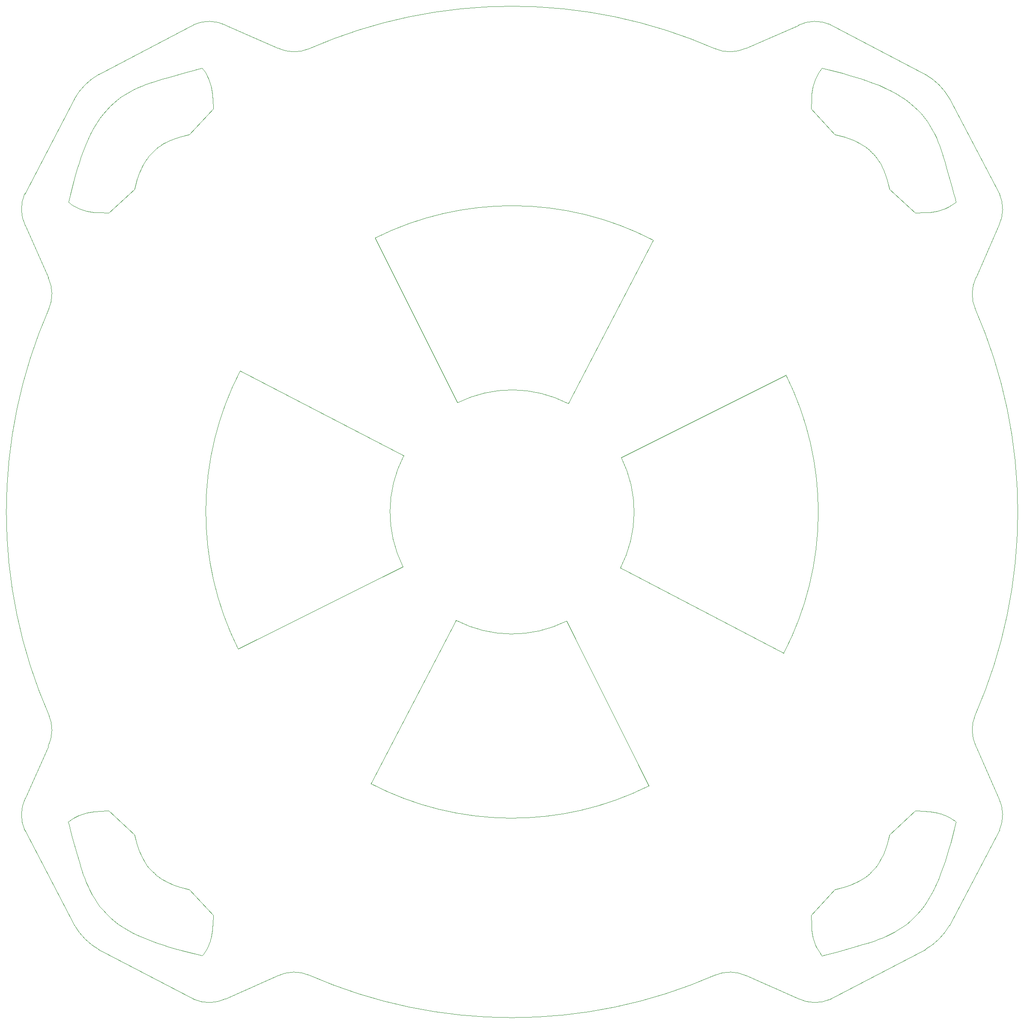
<source format=gbr>
%TF.GenerationSoftware,KiCad,Pcbnew,(6.99.0-5491-g7da98a447a)*%
%TF.CreationDate,2023-01-23T18:35:12+01:00*%
%TF.ProjectId,flywheel,666c7977-6865-4656-9c2e-6b696361645f,rev?*%
%TF.SameCoordinates,Original*%
%TF.FileFunction,Profile,NP*%
%FSLAX46Y46*%
G04 Gerber Fmt 4.6, Leading zero omitted, Abs format (unit mm)*
G04 Created by KiCad (PCBNEW (6.99.0-5491-g7da98a447a)) date 2023-01-23 18:35:12*
%MOMM*%
%LPD*%
G01*
G04 APERTURE LIST*
%TA.AperFunction,Profile*%
%ADD10C,0.050000*%
%TD*%
%TA.AperFunction,Profile*%
%ADD11C,0.010000*%
%TD*%
%TA.AperFunction,Profile*%
%ADD12C,0.100000*%
%TD*%
G04 APERTURE END LIST*
D10*
X134362028Y-127198161D02*
G75*
G03*
X156241687Y-127362590I11101421J21419929D01*
G01*
X117585555Y-159520172D02*
G75*
G03*
X172529775Y-159933081I27877895J53789737D01*
G01*
X156241687Y-127362590D02*
X172529775Y-159933082D01*
X134362028Y-127198161D02*
X117585555Y-159520172D01*
X124043527Y-94676816D02*
G75*
G03*
X123879098Y-116556475I21419929J-11101421D01*
G01*
X91721516Y-77900343D02*
G75*
G03*
X91308607Y-132844563I53789737J-27877895D01*
G01*
X123879098Y-116556475D02*
X91308606Y-132844563D01*
X124043527Y-94676816D02*
X91721516Y-77900343D01*
X156564872Y-84358315D02*
G75*
G03*
X134685213Y-84193886I-11101421J-21419929D01*
G01*
X173341345Y-52036304D02*
G75*
G03*
X118397125Y-51623395I-27877895J-53789737D01*
G01*
X134685213Y-84193886D02*
X118397125Y-51623394D01*
X156564872Y-84358315D02*
X173341345Y-52036304D01*
X166883373Y-116879660D02*
X199205384Y-133656133D01*
X167047802Y-95000001D02*
X199618294Y-78711913D01*
X166883372Y-116879659D02*
G75*
G03*
X167047801Y-95000001I-21419922J11101421D01*
G01*
X237058128Y-145851239D02*
G75*
G03*
X237058118Y-65705215I-91594682J40073001D01*
G01*
X105390449Y-197372916D02*
G75*
G03*
X185536473Y-197372906I40073001J91594682D01*
G01*
X53868772Y-65705237D02*
G75*
G03*
X53868782Y-145851261I91594682J-40073001D01*
G01*
D11*
X227086244Y-164956949D02*
X227578148Y-164986536D01*
X209262518Y-180422920D02*
X210255620Y-180165590D01*
X212197406Y-179564853D02*
X212669726Y-179385887D01*
X213593968Y-178980393D02*
X214044562Y-178750147D01*
X215342271Y-177927090D02*
X215754605Y-177602432D01*
X229574609Y-165269127D02*
X230080775Y-165401166D01*
X204709784Y-188396855D02*
X204667195Y-187901656D01*
X214486587Y-178499088D02*
X214919378Y-178225355D01*
X213135468Y-179191686D02*
X213593968Y-178980393D01*
X217280424Y-176075721D02*
X217604901Y-175663206D01*
X213155744Y-191741791D02*
X209934989Y-192674237D01*
D12*
X208355634Y-202138379D02*
X227183793Y-192264455D01*
D11*
X232392176Y-166458559D02*
X232652318Y-166633001D01*
D12*
X227183795Y-192264458D02*
G75*
G03*
X229885641Y-190200416I-6406402J11186419D01*
G01*
D11*
X205088020Y-190407926D02*
X204954061Y-189900632D01*
X224202456Y-186625822D02*
X223459683Y-187242741D01*
X219063071Y-172990040D02*
X219241992Y-172517676D01*
X221083404Y-188819545D02*
X220241866Y-189265343D01*
X210255620Y-180165590D02*
X211235687Y-179884528D01*
X205459383Y-191431526D02*
X205255091Y-190918227D01*
X205705006Y-191947818D02*
X205459383Y-191431526D01*
D12*
X241823602Y-168670409D02*
G75*
G03*
X241714824Y-162417492I-6904073J3007298D01*
G01*
D11*
X223459683Y-187242741D02*
X222692275Y-187811698D01*
X219842645Y-170575818D02*
X220099963Y-169582712D01*
X204637178Y-187409497D02*
X204560651Y-185471413D01*
X229784891Y-178345217D02*
X229262178Y-179549259D01*
X230283338Y-177058665D02*
X229784891Y-178345217D01*
X214919378Y-178225355D02*
X215342271Y-177927090D01*
X206730940Y-193514575D02*
X206526844Y-193251591D01*
X204769052Y-188895090D02*
X204709784Y-188396855D01*
D12*
X191789397Y-197481675D02*
G75*
G03*
X185536473Y-197372908I-3245608J-6795265D01*
G01*
D11*
X219375545Y-189676997D02*
X218630870Y-189995163D01*
X204954061Y-189900632D02*
X204849109Y-189396351D01*
D12*
X191789391Y-197481688D02*
X202102717Y-202029600D01*
D11*
X231358182Y-165883168D02*
X231615686Y-166009675D01*
X228143806Y-181723634D02*
X227548073Y-182700875D01*
X214753338Y-191285896D02*
X213155744Y-191741791D01*
D12*
X229885642Y-190200417D02*
G75*
G03*
X231949680Y-187498568I-9122391J9108236D01*
G01*
D11*
X231101346Y-165767374D02*
X231358182Y-165883168D01*
X222692275Y-187811698D02*
X221900195Y-188336147D01*
X228072968Y-165028481D02*
X228570673Y-165086850D01*
X217874107Y-190287633D02*
X217106613Y-190558674D01*
X205996068Y-192467095D02*
X205705006Y-191947818D01*
X231430103Y-173662454D02*
X231052853Y-174842547D01*
X211235687Y-179884528D02*
X211719172Y-179730447D01*
X230845184Y-165661785D02*
X231101346Y-165767374D01*
X205255091Y-190918227D02*
X205088020Y-190407926D01*
X228715163Y-180674247D02*
X228143806Y-181723634D01*
X204849109Y-189396351D02*
X204769052Y-188895090D01*
X215544870Y-191053540D02*
X214753338Y-191285896D01*
X232652318Y-166633001D02*
X232913108Y-166820698D01*
X230334895Y-165479189D02*
X230589699Y-165565893D01*
X228570673Y-165086850D02*
X229071231Y-165165710D01*
X214044562Y-178750147D02*
X214486587Y-178499088D01*
X216927720Y-176477038D02*
X217280424Y-176075721D01*
X216155713Y-177249520D02*
X216544933Y-176866496D01*
X232511804Y-169828190D02*
X232161247Y-171155763D01*
X224920630Y-185957485D02*
X224202456Y-186625822D01*
X227548073Y-182700875D02*
X226927925Y-183609428D01*
X208328259Y-193117111D02*
X207528096Y-193322918D01*
X206336676Y-192989349D02*
X205996068Y-192467095D01*
X218657712Y-173914412D02*
X218868930Y-173455839D01*
X217903011Y-175240156D02*
X218176609Y-174807232D01*
X204560657Y-185471407D02*
X209262518Y-180422920D01*
X216329749Y-190812555D02*
X215544870Y-191053540D01*
X218427557Y-174365097D02*
X218657712Y-173914412D01*
D12*
X241823604Y-168670410D02*
X231949680Y-187498568D01*
D11*
X231800124Y-172433688D02*
X231430103Y-173662454D01*
X225148430Y-164880872D02*
X227086244Y-164956949D01*
X231873857Y-166147404D02*
X232132687Y-166296862D01*
X231615686Y-166009675D02*
X231873857Y-166147404D01*
X206526844Y-193251591D02*
X206336676Y-192989349D01*
X232913108Y-166820698D02*
X233174544Y-167022159D01*
D12*
X237058103Y-145851236D02*
G75*
G03*
X237166912Y-152104166I6904120J-3007271D01*
G01*
D11*
X232161247Y-171155763D02*
X231800124Y-172433688D01*
X230589699Y-165565893D02*
X230845184Y-165661785D01*
X225614241Y-185234278D02*
X224920630Y-185957485D01*
X230670041Y-175974456D02*
X230283338Y-177058665D01*
X217604901Y-175663206D02*
X217903011Y-175240156D01*
X217106613Y-190558674D02*
X216329749Y-190812555D01*
X207528096Y-193322918D02*
X206730940Y-193514575D01*
X227578148Y-164986536D02*
X228072968Y-165028481D01*
X219561609Y-171555904D02*
X219842645Y-170575818D01*
X215754605Y-177602432D02*
X216155713Y-177249520D01*
X220099963Y-169582712D02*
X225148430Y-164880872D01*
X229071231Y-165165710D02*
X229574609Y-165269127D01*
X231052853Y-174842547D02*
X230670041Y-175974456D01*
X219241992Y-172517676D02*
X219407553Y-172039411D01*
X232132687Y-166296862D02*
X232392176Y-166458559D01*
X219407553Y-172039411D02*
X219561609Y-171555904D01*
X204560651Y-185471413D02*
X204560657Y-185471407D01*
X221900195Y-188336147D02*
X221083404Y-188819545D01*
X229262178Y-179549259D02*
X228715163Y-180674247D01*
X216544933Y-176866496D02*
X216927720Y-176477038D01*
D12*
X237166912Y-152104166D02*
X241714824Y-162417492D01*
D11*
X218630870Y-189995163D02*
X217874107Y-190287633D01*
X233174544Y-167022159D02*
X232850126Y-168450485D01*
X230080775Y-165401166D02*
X230334895Y-165479189D01*
X204667195Y-187901656D02*
X204637178Y-187409497D01*
X232850126Y-168450485D02*
X232511804Y-169828190D01*
X218176609Y-174807232D02*
X218427557Y-174365097D01*
D12*
X202102713Y-202029609D02*
G75*
G03*
X208355634Y-202138378I3245610J6795292D01*
G01*
D11*
X220241866Y-189265343D02*
X219375545Y-189676997D01*
X218868930Y-173455839D02*
X219063071Y-172990040D01*
X226927925Y-183609428D02*
X226283327Y-184452743D01*
X226283327Y-184452743D02*
X225614241Y-185234278D01*
X212669726Y-179385887D02*
X213135468Y-179191686D01*
X211719172Y-179730447D02*
X212197406Y-179564853D01*
X209934989Y-192674237D02*
X208328259Y-193117111D01*
X86284739Y-187401032D02*
X86255152Y-187892936D01*
X70818768Y-169577306D02*
X71076098Y-170570408D01*
X71676835Y-172512194D02*
X71855801Y-172984514D01*
X72261295Y-173908756D02*
X72491541Y-174359350D01*
X73314598Y-175657059D02*
X73639256Y-176069393D01*
X85972561Y-189889397D02*
X85840522Y-190395563D01*
X62844833Y-165024572D02*
X63340032Y-164981983D01*
X72742600Y-174801375D02*
X73016333Y-175234166D01*
X72050002Y-173450256D02*
X72261295Y-173908756D01*
X75165967Y-177595212D02*
X75578482Y-177919689D01*
X59499897Y-173470532D02*
X58567451Y-170249777D01*
D12*
X49103309Y-168670422D02*
X58977233Y-187498581D01*
D11*
X84783129Y-192706964D02*
X84608687Y-192967106D01*
D12*
X58977230Y-187498583D02*
G75*
G03*
X61041272Y-190200429I11186419J6406402D01*
G01*
D11*
X60833762Y-165402808D02*
X61341056Y-165268849D01*
X64615866Y-184517244D02*
X63998947Y-183774471D01*
X78251648Y-179377859D02*
X78724012Y-179556780D01*
X62422143Y-181398192D02*
X61976345Y-180556654D01*
X71076098Y-170570408D02*
X71357160Y-171550475D01*
X59810162Y-165774171D02*
X60323461Y-165569879D01*
X59293870Y-166019794D02*
X59810162Y-165774171D01*
D12*
X82571279Y-202138390D02*
G75*
G03*
X88824196Y-202029612I3007298J6904073D01*
G01*
D11*
X63998947Y-183774471D02*
X63429990Y-183007063D01*
X80665870Y-180157433D02*
X81658976Y-180414751D01*
X63832191Y-164951966D02*
X65770275Y-164875439D01*
X72896471Y-190099679D02*
X71692429Y-189576966D01*
X74183023Y-190598126D02*
X72896471Y-190099679D01*
X73016333Y-175234166D02*
X73314598Y-175657059D01*
X57727113Y-167045728D02*
X57990097Y-166841632D01*
X62346598Y-165083840D02*
X62844833Y-165024572D01*
D12*
X53760013Y-152104185D02*
G75*
G03*
X53868780Y-145851261I-6795265J3245608D01*
G01*
D11*
X61564691Y-179690333D02*
X61246525Y-178945658D01*
X61341056Y-165268849D02*
X61845337Y-165163897D01*
D12*
X53760000Y-152104179D02*
X49212088Y-162417505D01*
D11*
X85358520Y-191672970D02*
X85232013Y-191930474D01*
X69518054Y-188458594D02*
X68540813Y-187862861D01*
X59955792Y-175068126D02*
X59499897Y-173470532D01*
D12*
X61041271Y-190200430D02*
G75*
G03*
X63743120Y-192264468I9108236J9122391D01*
G01*
D11*
X85474314Y-191416134D02*
X85358520Y-191672970D01*
X63429990Y-183007063D02*
X62905541Y-182214983D01*
X86213207Y-188387756D02*
X86154838Y-188885461D01*
X60954055Y-178188895D02*
X60683014Y-177421401D01*
X58774593Y-166310856D02*
X59293870Y-166019794D01*
X77579234Y-191744891D02*
X76399141Y-191367641D01*
X71357160Y-171550475D02*
X71511241Y-172033960D01*
X85579903Y-191159972D02*
X85474314Y-191416134D01*
X60323461Y-165569879D02*
X60833762Y-165402808D01*
X70567441Y-189029951D02*
X69518054Y-188458594D01*
X61845337Y-165163897D02*
X62346598Y-165083840D01*
X60188148Y-175859658D02*
X59955792Y-175068126D01*
X84608687Y-192967106D02*
X84420990Y-193227896D01*
X85762499Y-190649683D02*
X85675795Y-190904487D01*
X86154838Y-188885461D02*
X86075978Y-189386019D01*
X72491541Y-174359350D02*
X72742600Y-174801375D01*
X74764650Y-177242508D02*
X75165967Y-177595212D01*
X73992168Y-176470501D02*
X74375192Y-176859721D01*
X81413498Y-192826592D02*
X80085925Y-192476035D01*
X65284203Y-185235418D02*
X64615866Y-184517244D01*
X68540813Y-187862861D02*
X67632260Y-187242713D01*
X58124577Y-168643047D02*
X57918770Y-167842884D01*
X58252339Y-166651464D02*
X58774593Y-166310856D01*
X77327276Y-178972500D02*
X77785849Y-179183718D01*
X76001532Y-178217799D02*
X76434456Y-178491397D01*
X65770281Y-164875445D02*
X70818768Y-169577306D01*
X60429133Y-176644537D02*
X60188148Y-175859658D01*
X76876591Y-178742345D02*
X77327276Y-178972500D01*
D12*
X82571278Y-202138392D02*
X63743120Y-192264468D01*
D11*
X78808000Y-192114912D02*
X77579234Y-191744891D01*
X86360816Y-185463218D02*
X86284739Y-187401032D01*
X85094284Y-192188645D02*
X84944826Y-192447475D01*
X85232013Y-191930474D02*
X85094284Y-192188645D01*
X57990097Y-166841632D02*
X58252339Y-166651464D01*
X84420990Y-193227896D02*
X84219529Y-193489332D01*
D12*
X105390452Y-197372891D02*
G75*
G03*
X99137522Y-197481700I-3007271J-6904120D01*
G01*
D11*
X80085925Y-192476035D02*
X78808000Y-192114912D01*
X85675795Y-190904487D02*
X85579903Y-191159972D01*
X66007410Y-185929029D02*
X65284203Y-185235418D01*
X75267232Y-190984829D02*
X74183023Y-190598126D01*
X75578482Y-177919689D02*
X76001532Y-178217799D01*
X60683014Y-177421401D02*
X60429133Y-176644537D01*
X57918770Y-167842884D02*
X57727113Y-167045728D01*
X86255152Y-187892936D02*
X86213207Y-188387756D01*
X79685784Y-179876397D02*
X80665870Y-180157433D01*
X73639256Y-176069393D02*
X73992168Y-176470501D01*
X81658976Y-180414751D02*
X86360816Y-185463218D01*
X86075978Y-189386019D02*
X85972561Y-189889397D01*
X76399141Y-191367641D02*
X75267232Y-190984829D01*
X78724012Y-179556780D02*
X79202277Y-179722341D01*
X84944826Y-192447475D02*
X84783129Y-192706964D01*
X79202277Y-179722341D02*
X79685784Y-179876397D01*
X65770275Y-164875439D02*
X65770281Y-164875445D01*
X62905541Y-182214983D02*
X62422143Y-181398192D01*
X71692429Y-189576966D02*
X70567441Y-189029951D01*
X74375192Y-176859721D02*
X74764650Y-177242508D01*
D12*
X99137522Y-197481700D02*
X88824196Y-202029612D01*
D11*
X61246525Y-178945658D02*
X60954055Y-178188895D01*
X84219529Y-193489332D02*
X82791203Y-193164914D01*
X85840522Y-190395563D02*
X85762499Y-190649683D01*
X63340032Y-164981983D02*
X63832191Y-164951966D01*
X82791203Y-193164914D02*
X81413498Y-192826592D01*
X76434456Y-178491397D02*
X76876591Y-178742345D01*
D12*
X49212079Y-162417501D02*
G75*
G03*
X49103310Y-168670422I6795292J-3245610D01*
G01*
D11*
X61976345Y-180556654D02*
X61564691Y-179690333D01*
X77785849Y-179183718D02*
X78251648Y-179377859D01*
X67632260Y-187242713D02*
X66788945Y-186598115D01*
X66788945Y-186598115D02*
X66007410Y-185929029D01*
X71855801Y-172984514D02*
X72050002Y-173450256D01*
X71511241Y-172033960D02*
X71676835Y-172512194D01*
X58567451Y-170249777D02*
X58124577Y-168643047D01*
X63840656Y-46599527D02*
X63348752Y-46569940D01*
X81664382Y-31133556D02*
X80671280Y-31390886D01*
X78729494Y-31991623D02*
X78257174Y-32170589D01*
X77332932Y-32576083D02*
X76882338Y-32806329D01*
X75584629Y-33629386D02*
X75172295Y-33954044D01*
X61352291Y-46287349D02*
X60846125Y-46155310D01*
X86217116Y-23159621D02*
X86259705Y-23654820D01*
X76440313Y-33057388D02*
X76007522Y-33331121D01*
X77791432Y-32364790D02*
X77332932Y-32576083D01*
X73646476Y-35480755D02*
X73321999Y-35893270D01*
X77771156Y-19814685D02*
X80991911Y-18882239D01*
D12*
X82571266Y-9418097D02*
X63743107Y-19292021D01*
D11*
X58534724Y-45097917D02*
X58274582Y-44923475D01*
D12*
X63743105Y-19292018D02*
G75*
G03*
X61041259Y-21356060I6406402J-11186419D01*
G01*
D11*
X85838880Y-21148550D02*
X85972839Y-21655844D01*
X66724444Y-24930654D02*
X67467217Y-24313735D01*
X71863829Y-38566436D02*
X71684908Y-39038800D01*
X69843496Y-22736931D02*
X70685034Y-22291133D01*
X80671280Y-31390886D02*
X79691213Y-31671948D01*
X85467517Y-20124950D02*
X85671809Y-20638249D01*
X85221894Y-19608658D02*
X85467517Y-20124950D01*
D12*
X49103298Y-42886067D02*
G75*
G03*
X49212076Y-49138984I6904073J-3007298D01*
G01*
D11*
X67467217Y-24313735D02*
X68234625Y-23744778D01*
X71084255Y-40980658D02*
X70826937Y-41973764D01*
X86289722Y-24146979D02*
X86366249Y-26085063D01*
X61142009Y-33211259D02*
X61664722Y-32007217D01*
X60643562Y-34497811D02*
X61142009Y-33211259D01*
X76007522Y-33331121D02*
X75584629Y-33629386D01*
X84195960Y-18041901D02*
X84400056Y-18304885D01*
X86157848Y-22661386D02*
X86217116Y-23159621D01*
D12*
X99137503Y-14074801D02*
G75*
G03*
X105390427Y-14183568I3245608J6795265D01*
G01*
D11*
X71551355Y-21879479D02*
X72296030Y-21561313D01*
X85972839Y-21655844D02*
X86077791Y-22160125D01*
D12*
X99137509Y-14074788D02*
X88824183Y-9526876D01*
D11*
X59568718Y-45673308D02*
X59311214Y-45546801D01*
X62783094Y-29832842D02*
X63378827Y-28855601D01*
X76173562Y-20270580D02*
X77771156Y-19814685D01*
D12*
X61041258Y-21356059D02*
G75*
G03*
X58977220Y-24057908I9122391J-9108236D01*
G01*
D11*
X59825554Y-45789102D02*
X59568718Y-45673308D01*
X68234625Y-23744778D02*
X69026705Y-23220329D01*
X62853932Y-46527995D02*
X62356227Y-46469626D01*
X73052793Y-21268843D02*
X73820287Y-20997802D01*
X84930832Y-19089381D02*
X85221894Y-19608658D01*
X59496797Y-37894022D02*
X59874047Y-36713929D01*
X79691213Y-31671948D02*
X79207728Y-31826029D01*
X60081716Y-45894691D02*
X59825554Y-45789102D01*
X85671809Y-20638249D02*
X85838880Y-21148550D01*
X62211737Y-30882229D02*
X62783094Y-29832842D01*
X86077791Y-22160125D02*
X86157848Y-22661386D01*
X75382030Y-20502936D02*
X76173562Y-20270580D01*
X58274582Y-44923475D02*
X58013792Y-44735778D01*
X60592005Y-46077287D02*
X60337201Y-45990583D01*
X62356227Y-46469626D02*
X61855669Y-46390766D01*
X76882338Y-32806329D02*
X76440313Y-33057388D01*
X73999180Y-35079438D02*
X73646476Y-35480755D01*
X74771187Y-34306956D02*
X74381967Y-34689980D01*
X58415096Y-41728286D02*
X58765653Y-40400713D01*
X66006270Y-25598991D02*
X66724444Y-24930654D01*
X63378827Y-28855601D02*
X63998975Y-27947048D01*
X82598641Y-18439365D02*
X83398804Y-18233558D01*
X84590224Y-18567127D02*
X84930832Y-19089381D01*
X72269188Y-37642064D02*
X72057970Y-38100637D01*
X73023889Y-36316320D02*
X72750291Y-36749244D01*
X86366243Y-26085069D02*
X81664382Y-31133556D01*
X74597151Y-20743921D02*
X75382030Y-20502936D01*
X72499343Y-37191379D02*
X72269188Y-37642064D01*
D12*
X49103296Y-42886066D02*
X58977220Y-24057908D01*
D11*
X59126776Y-39122788D02*
X59496797Y-37894022D01*
X65778470Y-46675604D02*
X63840656Y-46599527D01*
X59053043Y-45409072D02*
X58794213Y-45259614D01*
X59311214Y-45546801D02*
X59053043Y-45409072D01*
X84400056Y-18304885D02*
X84590224Y-18567127D01*
X58013792Y-44735778D02*
X57752356Y-44534317D01*
D12*
X53868797Y-65705240D02*
G75*
G03*
X53759988Y-59452310I-6904120J3007271D01*
G01*
D11*
X58765653Y-40400713D02*
X59126776Y-39122788D01*
X60337201Y-45990583D02*
X60081716Y-45894691D01*
X65312659Y-26322198D02*
X66006270Y-25598991D01*
X60256859Y-35582020D02*
X60643562Y-34497811D01*
X73321999Y-35893270D02*
X73023889Y-36316320D01*
X73820287Y-20997802D02*
X74597151Y-20743921D01*
X83398804Y-18233558D02*
X84195960Y-18041901D01*
X63348752Y-46569940D02*
X62853932Y-46527995D01*
X71365291Y-40000572D02*
X71084255Y-40980658D01*
X75172295Y-33954044D02*
X74771187Y-34306956D01*
X70826937Y-41973764D02*
X65778470Y-46675604D01*
X61855669Y-46390766D02*
X61352291Y-46287349D01*
X59874047Y-36713929D02*
X60256859Y-35582020D01*
X71684908Y-39038800D02*
X71519347Y-39517065D01*
X58794213Y-45259614D02*
X58534724Y-45097917D01*
X71519347Y-39517065D02*
X71365291Y-40000572D01*
X86366249Y-26085063D02*
X86366243Y-26085069D01*
X69026705Y-23220329D02*
X69843496Y-22736931D01*
X61664722Y-32007217D02*
X62211737Y-30882229D01*
X74381967Y-34689980D02*
X73999180Y-35079438D01*
D12*
X53759988Y-59452310D02*
X49212076Y-49138984D01*
D11*
X72296030Y-21561313D02*
X73052793Y-21268843D01*
X57752356Y-44534317D02*
X58076774Y-43105991D01*
X60846125Y-46155310D02*
X60592005Y-46077287D01*
X86259705Y-23654820D02*
X86289722Y-24146979D01*
X58076774Y-43105991D02*
X58415096Y-41728286D01*
X72750291Y-36749244D02*
X72499343Y-37191379D01*
D12*
X88824187Y-9526867D02*
G75*
G03*
X82571266Y-9418098I-3245610J-6795292D01*
G01*
D11*
X70685034Y-22291133D02*
X71551355Y-21879479D01*
X72057970Y-38100637D02*
X71863829Y-38566436D01*
X63998975Y-27947048D02*
X64643573Y-27103733D01*
X64643573Y-27103733D02*
X65312659Y-26322198D01*
X78257174Y-32170589D02*
X77791432Y-32364790D01*
X79207728Y-31826029D02*
X78729494Y-31991623D01*
X80991911Y-18882239D02*
X82598641Y-18439365D01*
D10*
X185536451Y-14183560D02*
G75*
G03*
X105390427Y-14183569I-40073001J-91594678D01*
G01*
D12*
X231949666Y-24057895D02*
G75*
G03*
X229885629Y-21356046I-11186452J-6406405D01*
G01*
X241823591Y-42886054D02*
X231949667Y-24057895D01*
X241714811Y-49138971D02*
G75*
G03*
X241823590Y-42886054I-6795300J3245619D01*
G01*
X237166900Y-59452297D02*
X241714812Y-49138971D01*
X237166899Y-59452296D02*
G75*
G03*
X237058120Y-65705215I6795302J-3245620D01*
G01*
X229885629Y-21356046D02*
G75*
G03*
X227183780Y-19292008I-9108236J-9122391D01*
G01*
X185536461Y-14183555D02*
G75*
G03*
X191789378Y-14074776I3007298J6904075D01*
G01*
X208355621Y-9418086D02*
G75*
G03*
X202102704Y-9526864I-3007298J-6904073D01*
G01*
X208355622Y-9418084D02*
X227183780Y-19292008D01*
X191789378Y-14074776D02*
X202102704Y-9526864D01*
D11*
X225156625Y-46681037D02*
X225156619Y-46681031D01*
X227094709Y-46604510D02*
X225156625Y-46681037D01*
X227586868Y-46574493D02*
X227094709Y-46604510D01*
X228082067Y-46531904D02*
X227586868Y-46574493D01*
X228580302Y-46472636D02*
X228082067Y-46531904D01*
X229081563Y-46392579D02*
X228580302Y-46472636D01*
X229585844Y-46287627D02*
X229081563Y-46392579D01*
X230093138Y-46153668D02*
X229585844Y-46287627D01*
X230603439Y-45986597D02*
X230093138Y-46153668D01*
X231116738Y-45782305D02*
X230603439Y-45986597D01*
X231633030Y-45536682D02*
X231116738Y-45782305D01*
X232152307Y-45245620D02*
X231633030Y-45536682D01*
X232674561Y-44905012D02*
X232152307Y-45245620D01*
X232936803Y-44714844D02*
X232674561Y-44905012D01*
X233199787Y-44510748D02*
X232936803Y-44714844D01*
X233008130Y-43713592D02*
X233199787Y-44510748D01*
X232802323Y-42913429D02*
X233008130Y-43713592D01*
X232359449Y-41306699D02*
X232802323Y-42913429D01*
X231427003Y-38085944D02*
X232359449Y-41306699D01*
X230971108Y-36488350D02*
X231427003Y-38085944D01*
X230738752Y-35696818D02*
X230971108Y-36488350D01*
X230497767Y-34911939D02*
X230738752Y-35696818D01*
X230243886Y-34135075D02*
X230497767Y-34911939D01*
X229972845Y-33367581D02*
X230243886Y-34135075D01*
X229680375Y-32610818D02*
X229972845Y-33367581D01*
X229362209Y-31866143D02*
X229680375Y-32610818D01*
X228950555Y-30999822D02*
X229362209Y-31866143D01*
X228504757Y-30158284D02*
X228950555Y-30999822D01*
X228021359Y-29341493D02*
X228504757Y-30158284D01*
X227496910Y-28549413D02*
X228021359Y-29341493D01*
X226927953Y-27782005D02*
X227496910Y-28549413D01*
X226311034Y-27039232D02*
X226927953Y-27782005D01*
X225642697Y-26321058D02*
X226311034Y-27039232D01*
X224919490Y-25627447D02*
X225642697Y-26321058D01*
X224137955Y-24958361D02*
X224919490Y-25627447D01*
X223294640Y-24313763D02*
X224137955Y-24958361D01*
X222386087Y-23693615D02*
X223294640Y-24313763D01*
X221408846Y-23097882D02*
X222386087Y-23693615D01*
X220359459Y-22526525D02*
X221408846Y-23097882D01*
X219234471Y-21979510D02*
X220359459Y-22526525D01*
X218030429Y-21456797D02*
X219234471Y-21979510D01*
X216743877Y-20958350D02*
X218030429Y-21456797D01*
X215659668Y-20571647D02*
X216743877Y-20958350D01*
X214527759Y-20188835D02*
X215659668Y-20571647D01*
X213347666Y-19811585D02*
X214527759Y-20188835D01*
X212118900Y-19441564D02*
X213347666Y-19811585D01*
X210840975Y-19080441D02*
X212118900Y-19441564D01*
X209513402Y-18729884D02*
X210840975Y-19080441D01*
X208135697Y-18391562D02*
X209513402Y-18729884D01*
X206707371Y-18067144D02*
X208135697Y-18391562D01*
X206505910Y-18328580D02*
X206707371Y-18067144D01*
X206318213Y-18589370D02*
X206505910Y-18328580D01*
X206143771Y-18849512D02*
X206318213Y-18589370D01*
X205982074Y-19109001D02*
X206143771Y-18849512D01*
X205832616Y-19367831D02*
X205982074Y-19109001D01*
X205694887Y-19626002D02*
X205832616Y-19367831D01*
X205568380Y-19883506D02*
X205694887Y-19626002D01*
X205452586Y-20140342D02*
X205568380Y-19883506D01*
X205346997Y-20396504D02*
X205452586Y-20140342D01*
X205251105Y-20651989D02*
X205346997Y-20396504D01*
X205164401Y-20906793D02*
X205251105Y-20651989D01*
X205086378Y-21160913D02*
X205164401Y-20906793D01*
X204954339Y-21667079D02*
X205086378Y-21160913D01*
X204850922Y-22170457D02*
X204954339Y-21667079D01*
X204772062Y-22671015D02*
X204850922Y-22170457D01*
X204713693Y-23168720D02*
X204772062Y-22671015D01*
X204671748Y-23663540D02*
X204713693Y-23168720D01*
X204642161Y-24155444D02*
X204671748Y-23663540D01*
X204566084Y-26093258D02*
X204642161Y-24155444D01*
X209267924Y-31141725D02*
X204566084Y-26093258D01*
X210261030Y-31399043D02*
X209267924Y-31141725D01*
X211241116Y-31680079D02*
X210261030Y-31399043D01*
X211724623Y-31834135D02*
X211241116Y-31680079D01*
X212202888Y-31999696D02*
X211724623Y-31834135D01*
X212675252Y-32178617D02*
X212202888Y-31999696D01*
X213141051Y-32372758D02*
X212675252Y-32178617D01*
X213599624Y-32583976D02*
X213141051Y-32372758D01*
X214050309Y-32814131D02*
X213599624Y-32583976D01*
X214492444Y-33065079D02*
X214050309Y-32814131D01*
X214925368Y-33338677D02*
X214492444Y-33065079D01*
X215348418Y-33636787D02*
X214925368Y-33338677D01*
X215760933Y-33961264D02*
X215348418Y-33636787D01*
X216162250Y-34313968D02*
X215760933Y-33961264D01*
X216551708Y-34696755D02*
X216162250Y-34313968D01*
X216934732Y-35085975D02*
X216551708Y-34696755D01*
X217287644Y-35487083D02*
X216934732Y-35085975D01*
X217612302Y-35899417D02*
X217287644Y-35487083D01*
X217910567Y-36322310D02*
X217612302Y-35899417D01*
X218184300Y-36755101D02*
X217910567Y-36322310D01*
X218435359Y-37197126D02*
X218184300Y-36755101D01*
X218665605Y-37647720D02*
X218435359Y-37197126D01*
X218876898Y-38106220D02*
X218665605Y-37647720D01*
X219071099Y-38571962D02*
X218876898Y-38106220D01*
X219250065Y-39044282D02*
X219071099Y-38571962D01*
X219415659Y-39522516D02*
X219250065Y-39044282D01*
X219569740Y-40006001D02*
X219415659Y-39522516D01*
X219850802Y-40986068D02*
X219569740Y-40006001D01*
X220108132Y-41979170D02*
X219850802Y-40986068D01*
X225156619Y-46681031D02*
X220108132Y-41979170D01*
D10*
X199205383Y-133656133D02*
G75*
G03*
X199618294Y-78711913I-53789736J27877896D01*
G01*
M02*

</source>
